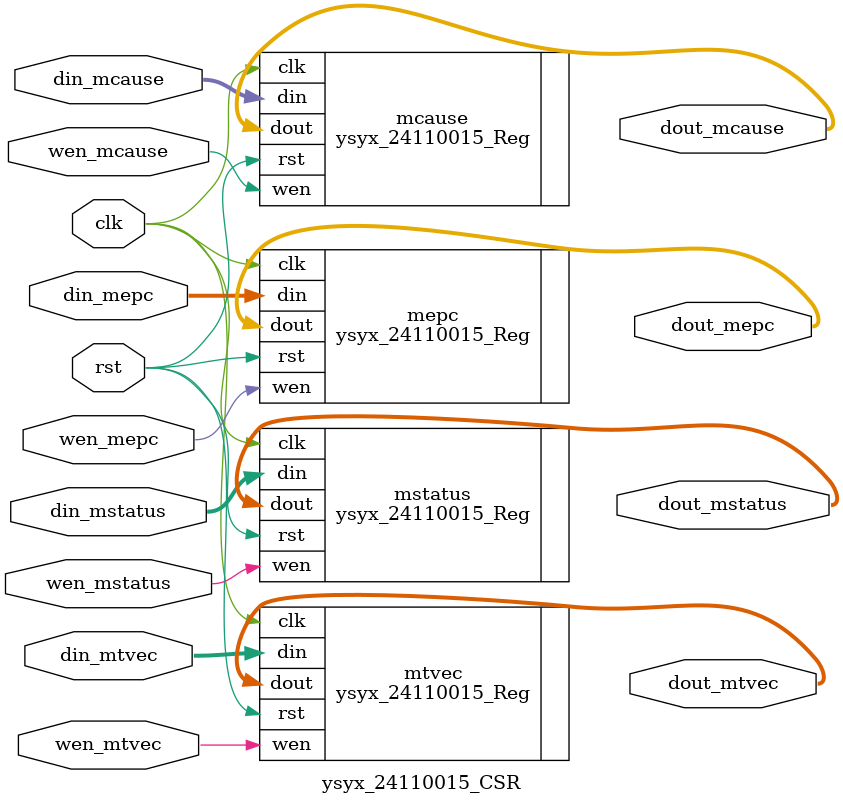
<source format=v>
module ysyx_24110015_CSR (
  input clk,
  input rst,
  input [31:0] din_mstatus,
  input [31:0] din_mtvec,
  input [31:0] din_mepc,
  input [31:0] din_mcause,
  input wen_mstatus,
  input wen_mtvec,
  input wen_mepc,
  input wen_mcause,
  output reg [31:0] dout_mstatus,
  output reg [31:0] dout_mtvec,
  output reg [31:0] dout_mepc,
  output reg [31:0] dout_mcause
);

  ysyx_24110015_Reg #(32, 32'h00001800) mstatus (.clk(clk), .rst(rst), .din(din_mstatus), .dout(dout_mstatus), .wen(wen_mstatus));
  ysyx_24110015_Reg #(32, 32'h00000000) mtvec (.clk(clk), .rst(rst), .din(din_mtvec), .dout(dout_mtvec), .wen(wen_mtvec)); 
  ysyx_24110015_Reg #(32, 32'h00000000) mepc (.clk(clk), .rst(rst), .din(din_mepc), .dout(dout_mepc), .wen(wen_mepc));
  ysyx_24110015_Reg #(32, 32'h00000000) mcause (.clk(clk), .rst(rst), .din(din_mcause), .dout(dout_mcause), .wen(wen_mcause));

endmodule

</source>
